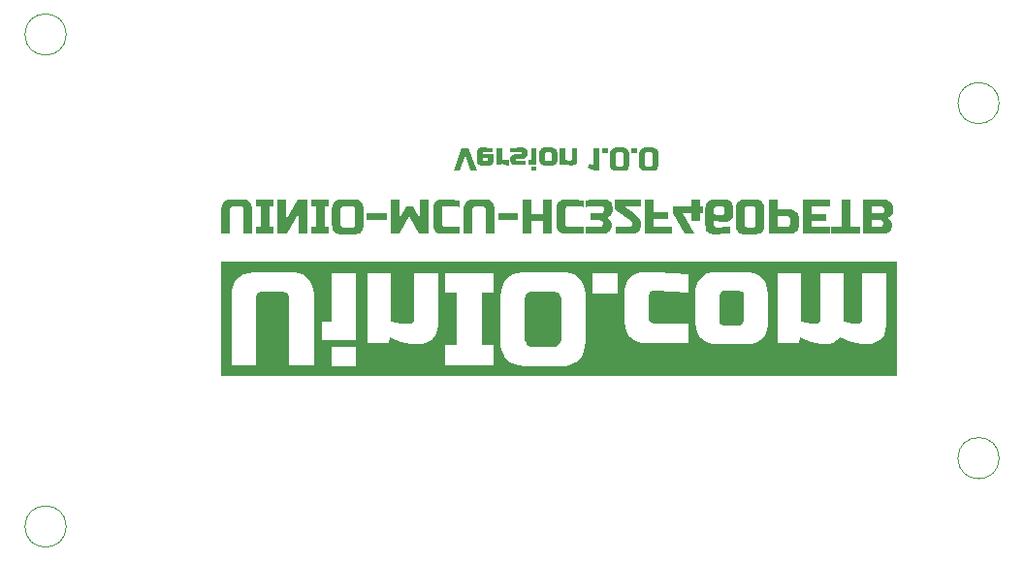
<source format=gbo>
%TF.GenerationSoftware,KiCad,Pcbnew,8.0.4*%
%TF.CreationDate,2024-08-23T17:26:40+08:00*%
%TF.ProjectId,UINIO-MCU-HC32F460PETB,55494e49-4f2d-44d4-9355-2d4843333246,Version 1.0.0*%
%TF.SameCoordinates,PX71f45d0PY4ce7800*%
%TF.FileFunction,Legend,Bot*%
%TF.FilePolarity,Positive*%
%FSLAX46Y46*%
G04 Gerber Fmt 4.6, Leading zero omitted, Abs format (unit mm)*
G04 Created by KiCad (PCBNEW 8.0.4) date 2024-08-23 17:26:40*
%MOMM*%
%LPD*%
G01*
G04 APERTURE LIST*
%ADD10C,0.312500*%
%ADD11C,1.400000*%
%ADD12C,0.100000*%
%ADD13O,1.700000X1.700000*%
%ADD14R,1.700000X1.700000*%
%ADD15C,2.200000*%
%ADD16C,0.650000*%
%ADD17O,2.100000X1.000000*%
%ADD18O,1.900000X1.000000*%
G04 APERTURE END LIST*
D10*
G36*
X23951563Y-9451067D02*
G01*
X24429790Y-10829574D01*
X24978360Y-10829574D01*
X24232931Y-8860000D01*
X23670195Y-8860000D01*
X22924277Y-10829574D01*
X23473335Y-10829574D01*
X23951563Y-9451067D01*
G37*
G36*
X25445806Y-8831889D02*
G01*
X25559471Y-8833659D01*
X25676280Y-8837201D01*
X25796234Y-8842513D01*
X25919332Y-8849596D01*
X26045575Y-8858450D01*
X26174963Y-8869075D01*
X26274067Y-8878205D01*
X26374940Y-8888332D01*
X26374940Y-9240041D01*
X26244652Y-9230081D01*
X26122454Y-9221448D01*
X26008347Y-9214144D01*
X25902330Y-9208168D01*
X25781187Y-9202565D01*
X25672685Y-9199037D01*
X25559169Y-9197543D01*
X25488827Y-9225387D01*
X25460495Y-9296217D01*
X25460495Y-9408569D01*
X26431605Y-9408569D01*
X26431605Y-9929295D01*
X26430553Y-9968055D01*
X26414775Y-10074650D01*
X26375038Y-10176049D01*
X26311926Y-10259511D01*
X26272296Y-10293989D01*
X26179655Y-10345413D01*
X26081025Y-10371710D01*
X25981221Y-10379190D01*
X25418485Y-10379190D01*
X25367156Y-10377320D01*
X25262103Y-10359438D01*
X25171500Y-10322623D01*
X25087780Y-10259511D01*
X25053303Y-10220022D01*
X25001878Y-10127591D01*
X24975581Y-10029068D01*
X24968101Y-9929295D01*
X24968101Y-9915129D01*
X25460495Y-9915129D01*
X25482093Y-9991932D01*
X25573335Y-10027480D01*
X25826371Y-10027480D01*
X25899430Y-10008938D01*
X25939211Y-9915129D01*
X25939211Y-9760279D01*
X25460495Y-9760279D01*
X25460495Y-9915129D01*
X24968101Y-9915129D01*
X24968101Y-9253719D01*
X24969115Y-9218568D01*
X24984313Y-9121049D01*
X25022591Y-9026653D01*
X25083384Y-8946950D01*
X25105752Y-8926348D01*
X25189863Y-8872309D01*
X25288667Y-8840786D01*
X25390153Y-8831667D01*
X25445806Y-8831889D01*
G37*
G36*
X27533140Y-9943461D02*
G01*
X27432508Y-9936776D01*
X27330100Y-9916722D01*
X27225913Y-9883298D01*
X27167264Y-9858953D01*
X27167264Y-8860000D01*
X26674870Y-8860000D01*
X26674870Y-10351346D01*
X27111088Y-10351346D01*
X27138932Y-10168164D01*
X27230563Y-10239880D01*
X27323740Y-10296758D01*
X27418462Y-10338798D01*
X27514730Y-10366001D01*
X27612544Y-10378366D01*
X27645492Y-10379190D01*
X27772009Y-10379190D01*
X27772009Y-9943461D01*
X27533140Y-9943461D01*
G37*
G36*
X27906343Y-9253719D02*
G01*
X28011288Y-9246211D01*
X28111982Y-9239442D01*
X28239629Y-9231565D01*
X28359721Y-9225001D01*
X28472256Y-9219750D01*
X28577234Y-9215812D01*
X28697831Y-9212735D01*
X28806622Y-9211709D01*
X28876964Y-9239553D01*
X28905296Y-9310383D01*
X28905296Y-9408569D01*
X28300062Y-9408569D01*
X28198577Y-9417688D01*
X28099773Y-9449211D01*
X28015662Y-9503249D01*
X27993293Y-9523852D01*
X27932500Y-9603555D01*
X27894222Y-9697951D01*
X27879024Y-9795470D01*
X27878011Y-9830621D01*
X27878011Y-9929295D01*
X27887130Y-10030742D01*
X27918652Y-10129412D01*
X27972691Y-10213294D01*
X27993293Y-10235575D01*
X28072997Y-10296626D01*
X28167393Y-10335066D01*
X28264911Y-10350329D01*
X28300062Y-10351346D01*
X29257006Y-10351346D01*
X29257006Y-9985471D01*
X28469078Y-9985471D01*
X28398248Y-9957138D01*
X28370404Y-9886796D01*
X28398248Y-9816454D01*
X28469078Y-9788611D01*
X28975638Y-9788611D01*
X29077085Y-9779453D01*
X29175756Y-9747797D01*
X29259638Y-9693529D01*
X29281919Y-9672840D01*
X29342970Y-9593394D01*
X29381409Y-9499160D01*
X29396672Y-9401706D01*
X29397690Y-9366559D01*
X29397690Y-9253719D01*
X29388532Y-9152233D01*
X29356876Y-9053429D01*
X29302608Y-8969318D01*
X29281919Y-8946950D01*
X29202473Y-8886156D01*
X29108239Y-8847879D01*
X29010785Y-8832681D01*
X28975638Y-8831667D01*
X28849937Y-8832553D01*
X28721961Y-8835209D01*
X28591711Y-8839636D01*
X28492531Y-8844118D01*
X28392071Y-8849596D01*
X28290332Y-8856071D01*
X28187314Y-8863541D01*
X28083016Y-8872007D01*
X27977439Y-8881470D01*
X27906343Y-8888332D01*
X27906343Y-9253719D01*
G37*
G36*
X30177801Y-10295170D02*
G01*
X30177801Y-8860000D01*
X29685408Y-8860000D01*
X29685408Y-9915129D01*
X29474382Y-9915129D01*
X29474382Y-10295170D01*
X30177801Y-10295170D01*
G37*
G36*
X29685408Y-10857906D02*
G01*
X30177801Y-10857906D01*
X30177801Y-10463698D01*
X29685408Y-10463698D01*
X29685408Y-10857906D01*
G37*
G36*
X31561851Y-8832719D02*
G01*
X31668446Y-8848497D01*
X31769845Y-8888234D01*
X31853307Y-8951346D01*
X31887785Y-8990976D01*
X31939210Y-9083617D01*
X31965506Y-9182247D01*
X31972986Y-9282051D01*
X31972986Y-9929295D01*
X31971934Y-9968055D01*
X31956156Y-10074650D01*
X31916419Y-10176049D01*
X31853307Y-10259511D01*
X31813818Y-10293989D01*
X31721388Y-10345413D01*
X31622864Y-10371710D01*
X31523091Y-10379190D01*
X30875847Y-10379190D01*
X30824518Y-10377320D01*
X30719465Y-10359438D01*
X30628863Y-10322623D01*
X30545143Y-10259511D01*
X30510665Y-10220022D01*
X30459240Y-10127591D01*
X30432944Y-10029068D01*
X30425464Y-9929295D01*
X30425464Y-9324061D01*
X30917857Y-9324061D01*
X30917857Y-9886796D01*
X30939456Y-9963933D01*
X31030697Y-9999637D01*
X31368241Y-9999637D01*
X31445044Y-9978038D01*
X31480593Y-9886796D01*
X31480593Y-9324061D01*
X31462050Y-9251318D01*
X31368241Y-9211709D01*
X31030697Y-9211709D01*
X30957638Y-9230252D01*
X30917857Y-9324061D01*
X30425464Y-9324061D01*
X30425464Y-9282051D01*
X30427334Y-9230722D01*
X30445215Y-9125668D01*
X30482031Y-9035066D01*
X30545143Y-8951346D01*
X30584772Y-8916868D01*
X30677413Y-8865444D01*
X30776044Y-8839147D01*
X30875847Y-8831667D01*
X31523091Y-8831667D01*
X31561851Y-8832719D01*
G37*
G36*
X33046189Y-9971304D02*
G01*
X32939085Y-9964666D01*
X32833602Y-9947112D01*
X32732061Y-9921931D01*
X32708646Y-9915129D01*
X32708646Y-8860000D01*
X32216252Y-8860000D01*
X32216252Y-10351346D01*
X32652470Y-10351346D01*
X32680314Y-10210662D01*
X32772133Y-10264957D01*
X32865568Y-10308285D01*
X32951912Y-10338157D01*
X33050212Y-10363162D01*
X33149441Y-10377747D01*
X33186873Y-10379190D01*
X33313391Y-10379190D01*
X33415074Y-10370071D01*
X33513916Y-10338548D01*
X33597875Y-10284510D01*
X33620160Y-10263907D01*
X33680954Y-10184414D01*
X33719231Y-10090037D01*
X33734429Y-9992372D01*
X33735443Y-9957138D01*
X33735443Y-8860000D01*
X33243049Y-8860000D01*
X33243049Y-9873119D01*
X33214717Y-9942972D01*
X33144864Y-9971304D01*
X33046189Y-9971304D01*
G37*
G36*
X35142282Y-8860000D02*
G01*
X35142282Y-10393356D01*
X34818904Y-10281004D01*
X34678220Y-10604382D01*
X35198946Y-10829574D01*
X35648841Y-10829574D01*
X35648841Y-8860000D01*
X35142282Y-8860000D01*
G37*
G36*
X35896015Y-9282051D02*
G01*
X36402575Y-9282051D01*
X36402575Y-8860000D01*
X35896015Y-8860000D01*
X35896015Y-9282051D01*
G37*
G36*
X37729951Y-8832190D02*
G01*
X37831273Y-8840033D01*
X37935071Y-8861077D01*
X38034691Y-8900812D01*
X38122533Y-8965512D01*
X38146452Y-8992025D01*
X38198736Y-9076579D01*
X38234288Y-9181283D01*
X38251672Y-9289428D01*
X38256378Y-9394403D01*
X38256378Y-10295170D01*
X38255855Y-10331421D01*
X38248013Y-10432618D01*
X38226968Y-10536356D01*
X38187233Y-10636022D01*
X38122533Y-10724061D01*
X38096103Y-10747980D01*
X38011687Y-10800264D01*
X37906998Y-10835816D01*
X37798766Y-10853200D01*
X37693642Y-10857906D01*
X37158750Y-10857906D01*
X37122499Y-10857383D01*
X37021303Y-10849541D01*
X36917565Y-10828497D01*
X36817899Y-10788761D01*
X36729860Y-10724061D01*
X36705940Y-10697548D01*
X36653657Y-10612994D01*
X36618105Y-10508290D01*
X36600720Y-10400145D01*
X36596015Y-10295170D01*
X36596015Y-9394403D01*
X37102575Y-9394403D01*
X37102575Y-10295170D01*
X37110662Y-10360837D01*
X37175364Y-10443784D01*
X37271591Y-10463698D01*
X37580802Y-10463698D01*
X37646659Y-10455634D01*
X37729847Y-10391119D01*
X37749818Y-10295170D01*
X37749818Y-9394403D01*
X37741730Y-9328736D01*
X37677029Y-9245789D01*
X37580802Y-9225875D01*
X37271591Y-9225875D01*
X37205734Y-9233940D01*
X37122546Y-9298454D01*
X37102575Y-9394403D01*
X36596015Y-9394403D01*
X36596538Y-9358152D01*
X36604380Y-9256955D01*
X36625424Y-9153218D01*
X36665160Y-9053551D01*
X36729860Y-8965512D01*
X36756373Y-8941593D01*
X36840927Y-8889310D01*
X36945630Y-8853757D01*
X37053776Y-8836373D01*
X37158750Y-8831667D01*
X37693642Y-8831667D01*
X37729951Y-8832190D01*
G37*
G36*
X38443956Y-9282051D02*
G01*
X38950516Y-9282051D01*
X38950516Y-8860000D01*
X38443956Y-8860000D01*
X38443956Y-9282051D01*
G37*
G36*
X40277892Y-8832190D02*
G01*
X40379215Y-8840033D01*
X40483012Y-8861077D01*
X40582633Y-8900812D01*
X40670474Y-8965512D01*
X40694394Y-8992025D01*
X40746677Y-9076579D01*
X40782230Y-9181283D01*
X40799614Y-9289428D01*
X40804319Y-9394403D01*
X40804319Y-10295170D01*
X40803796Y-10331421D01*
X40795954Y-10432618D01*
X40774910Y-10536356D01*
X40735175Y-10636022D01*
X40670474Y-10724061D01*
X40644044Y-10747980D01*
X40559628Y-10800264D01*
X40454939Y-10835816D01*
X40346707Y-10853200D01*
X40241584Y-10857906D01*
X39706692Y-10857906D01*
X39670441Y-10857383D01*
X39569244Y-10849541D01*
X39465507Y-10828497D01*
X39365840Y-10788761D01*
X39277801Y-10724061D01*
X39253882Y-10697548D01*
X39201599Y-10612994D01*
X39166046Y-10508290D01*
X39148662Y-10400145D01*
X39143956Y-10295170D01*
X39143956Y-9394403D01*
X39650516Y-9394403D01*
X39650516Y-10295170D01*
X39658604Y-10360837D01*
X39723305Y-10443784D01*
X39819532Y-10463698D01*
X40128743Y-10463698D01*
X40194600Y-10455634D01*
X40277788Y-10391119D01*
X40297760Y-10295170D01*
X40297760Y-9394403D01*
X40289672Y-9328736D01*
X40224970Y-9245789D01*
X40128743Y-9225875D01*
X39819532Y-9225875D01*
X39753675Y-9233940D01*
X39670488Y-9298454D01*
X39650516Y-9394403D01*
X39143956Y-9394403D01*
X39144479Y-9358152D01*
X39152322Y-9256955D01*
X39173366Y-9153218D01*
X39213101Y-9053551D01*
X39277801Y-8965512D01*
X39304314Y-8941593D01*
X39388868Y-8889310D01*
X39493572Y-8853757D01*
X39601717Y-8836373D01*
X39706692Y-8831667D01*
X40241584Y-8831667D01*
X40277892Y-8832190D01*
G37*
D11*
G36*
X32100586Y-21499490D02*
G01*
X32307295Y-21866799D01*
X32316882Y-22010139D01*
X32316882Y-25613210D01*
X32215624Y-26009186D01*
X31880095Y-26209862D01*
X31703344Y-26224794D01*
X29790434Y-26224794D01*
X29393192Y-26123858D01*
X29186482Y-25756550D01*
X29176896Y-25613210D01*
X29176896Y-22010139D01*
X29278153Y-21614162D01*
X29613682Y-21413486D01*
X29790434Y-21398555D01*
X31703344Y-21398555D01*
X32100586Y-21499490D01*
G37*
G36*
X48231089Y-21524752D02*
G01*
X48268871Y-21728771D01*
X48268871Y-23979713D01*
X48086009Y-24330576D01*
X47881990Y-24368548D01*
X46531815Y-24368548D01*
X46180953Y-24184763D01*
X46142981Y-23979713D01*
X46142981Y-21728771D01*
X46326766Y-21379672D01*
X46531815Y-21341891D01*
X47881990Y-21341891D01*
X48231089Y-21524752D01*
G37*
G36*
X61623914Y-28815567D02*
G01*
X2642508Y-28815567D01*
X2642508Y-27926678D01*
X12318277Y-27926678D01*
X14412904Y-27926678D01*
X14412904Y-26224794D01*
X12318277Y-26224794D01*
X12318277Y-27926678D01*
X2642508Y-27926678D01*
X2642508Y-22010139D01*
X3531397Y-22010139D01*
X3531397Y-27813349D01*
X5680734Y-27813349D01*
X5680734Y-22010139D01*
X5781991Y-21614162D01*
X6117520Y-21413486D01*
X6294272Y-21398555D01*
X7982478Y-21398555D01*
X8379720Y-21499490D01*
X8586430Y-21866799D01*
X8596016Y-22010139D01*
X8596016Y-27813349D01*
X10745353Y-27813349D01*
X10745353Y-25900439D01*
X15391829Y-25900439D01*
X17250029Y-25900439D01*
X17353588Y-25378736D01*
X17712808Y-25585457D01*
X18101704Y-25754260D01*
X18377454Y-25845729D01*
X18777982Y-25946937D01*
X19183448Y-26005975D01*
X19336840Y-26011814D01*
X19842911Y-26011814D01*
X20263314Y-25973792D01*
X20672421Y-25842359D01*
X21020467Y-25617045D01*
X21112974Y-25531144D01*
X21366452Y-25201416D01*
X21526050Y-24810628D01*
X21589419Y-24406711D01*
X21593644Y-24261081D01*
X21593644Y-21509930D01*
X22216951Y-21509930D01*
X23229094Y-21509930D01*
X23229094Y-26113419D01*
X22216951Y-26113419D01*
X22216951Y-27813349D01*
X26392527Y-27813349D01*
X26392527Y-26113419D01*
X25380385Y-26113419D01*
X25380385Y-22010139D01*
X27025605Y-22010139D01*
X27025605Y-25613210D01*
X27045045Y-26042359D01*
X27116866Y-26485038D01*
X27241607Y-26865259D01*
X27448969Y-27223319D01*
X27578570Y-27371758D01*
X27896697Y-27614535D01*
X28296156Y-27787948D01*
X28712401Y-27882783D01*
X29118745Y-27921801D01*
X29339073Y-27926678D01*
X32152751Y-27926678D01*
X32582564Y-27907169D01*
X33025844Y-27835094D01*
X33406480Y-27709912D01*
X33764784Y-27501817D01*
X33913253Y-27371758D01*
X34155175Y-27054487D01*
X34327977Y-26655638D01*
X34422478Y-26239727D01*
X34461359Y-25833520D01*
X34466219Y-25613210D01*
X34466219Y-22010139D01*
X34448697Y-21623258D01*
X35089526Y-21623258D01*
X37240817Y-21623258D01*
X37240817Y-21447404D01*
X37889526Y-21447404D01*
X37889526Y-24036378D01*
X37920545Y-24447805D01*
X38029596Y-24854898D01*
X38217163Y-25202950D01*
X38385828Y-25402184D01*
X38695463Y-25643040D01*
X39063831Y-25805070D01*
X39490931Y-25888275D01*
X39753588Y-25900439D01*
X43417231Y-25900439D01*
X43417231Y-24255219D01*
X40372988Y-24255219D01*
X40022125Y-24072358D01*
X39984153Y-23868339D01*
X39984153Y-21674061D01*
X40028741Y-21560732D01*
X44048354Y-21560732D01*
X44048354Y-21728771D01*
X44048354Y-24149706D01*
X44079373Y-24561133D01*
X44188424Y-24968227D01*
X44375991Y-25316279D01*
X44544656Y-25515512D01*
X44854291Y-25755424D01*
X45222658Y-25916819D01*
X45649759Y-25999697D01*
X45912416Y-26011814D01*
X48501390Y-26011814D01*
X48912817Y-25980795D01*
X49212790Y-25900439D01*
X51211508Y-25900439D01*
X53069708Y-25900439D01*
X53173267Y-25378736D01*
X53532487Y-25585457D01*
X53921383Y-25754260D01*
X54197133Y-25845729D01*
X54597661Y-25946937D01*
X55003127Y-26005975D01*
X55156519Y-26011814D01*
X55269848Y-26011814D01*
X55659819Y-25980679D01*
X56051463Y-25868846D01*
X56423162Y-25645816D01*
X56692318Y-25361151D01*
X57035792Y-25562987D01*
X57410667Y-25727882D01*
X57778710Y-25845729D01*
X58183705Y-25940287D01*
X58590232Y-25998676D01*
X58870964Y-26011814D01*
X58984293Y-26011814D01*
X59403906Y-25973792D01*
X59812860Y-25842359D01*
X60161517Y-25617045D01*
X60254356Y-25531144D01*
X60507834Y-25201416D01*
X60667431Y-24810628D01*
X60730801Y-24406711D01*
X60735025Y-24261081D01*
X60735025Y-19810000D01*
X58640399Y-19810000D01*
X58640399Y-23925003D01*
X58544656Y-24161430D01*
X58308229Y-24255219D01*
X58251564Y-24255219D01*
X57844900Y-24225819D01*
X57455638Y-24156400D01*
X57066147Y-24059010D01*
X57020580Y-24046147D01*
X57020580Y-19810000D01*
X54925954Y-19810000D01*
X54925954Y-23925003D01*
X54832164Y-24161430D01*
X54593783Y-24255219D01*
X54537119Y-24255219D01*
X54130455Y-24225819D01*
X53741193Y-24156400D01*
X53351702Y-24059010D01*
X53306135Y-24046147D01*
X53306135Y-19810000D01*
X51211508Y-19810000D01*
X51211508Y-25900439D01*
X49212790Y-25900439D01*
X49319910Y-25871744D01*
X49667962Y-25684177D01*
X49867196Y-25515512D01*
X50107107Y-25206822D01*
X50268502Y-24839089D01*
X50351380Y-24412315D01*
X50363497Y-24149706D01*
X50363497Y-21560732D01*
X50332478Y-21149183D01*
X50223428Y-20741660D01*
X50035861Y-20392870D01*
X49867196Y-20192972D01*
X49558505Y-19953061D01*
X49190773Y-19791666D01*
X48763998Y-19708788D01*
X48501390Y-19696671D01*
X45912416Y-19696671D01*
X45500866Y-19727690D01*
X45093343Y-19836740D01*
X44744553Y-20024307D01*
X44544656Y-20192972D01*
X44304744Y-20502607D01*
X44143349Y-20870975D01*
X44060471Y-21298076D01*
X44048354Y-21560732D01*
X40028741Y-21560732D01*
X40077942Y-21435680D01*
X40316323Y-21341891D01*
X40733131Y-21348004D01*
X41138508Y-21362439D01*
X41596644Y-21385366D01*
X42001141Y-21409821D01*
X42439404Y-21439710D01*
X42911434Y-21475034D01*
X43417231Y-21515792D01*
X43417231Y-19929190D01*
X43016491Y-19887636D01*
X42625403Y-19850170D01*
X42118965Y-19806572D01*
X41629686Y-19770241D01*
X41157564Y-19741176D01*
X40702601Y-19719378D01*
X40264796Y-19704845D01*
X39844149Y-19697579D01*
X39640259Y-19696671D01*
X39220646Y-19734693D01*
X38811692Y-19866126D01*
X38463035Y-20091440D01*
X38370196Y-20177341D01*
X38116718Y-20507908D01*
X37957121Y-20898773D01*
X37893751Y-21302106D01*
X37889526Y-21447404D01*
X37240817Y-21447404D01*
X37240817Y-19810000D01*
X35089526Y-19810000D01*
X35089526Y-21623258D01*
X34448697Y-21623258D01*
X34446779Y-21580920D01*
X34374958Y-21137988D01*
X34250216Y-20757326D01*
X34042854Y-20398533D01*
X33913253Y-20249637D01*
X33595859Y-20007714D01*
X33196644Y-19834912D01*
X32780212Y-19740411D01*
X32373411Y-19701531D01*
X32152751Y-19696671D01*
X29339073Y-19696671D01*
X28909854Y-19716111D01*
X28466922Y-19787932D01*
X28086260Y-19912673D01*
X27727467Y-20120035D01*
X27578570Y-20249637D01*
X27336648Y-20567763D01*
X27163846Y-20967222D01*
X27069345Y-21383467D01*
X27030465Y-21789811D01*
X27025605Y-22010139D01*
X25380385Y-22010139D01*
X25380385Y-21509930D01*
X26392527Y-21509930D01*
X26392527Y-19810000D01*
X22216951Y-19810000D01*
X22216951Y-21509930D01*
X21593644Y-21509930D01*
X21593644Y-19810000D01*
X19499017Y-19810000D01*
X19499017Y-23925003D01*
X19405228Y-24161430D01*
X19168801Y-24255219D01*
X18774104Y-24255219D01*
X18357481Y-24230515D01*
X17955091Y-24165180D01*
X17573689Y-24071465D01*
X17486456Y-24046147D01*
X17486456Y-19810000D01*
X15391829Y-19810000D01*
X15391829Y-25900439D01*
X10745353Y-25900439D01*
X10745353Y-24030516D01*
X11474174Y-24030516D01*
X11474174Y-25675736D01*
X14412904Y-25675736D01*
X14412904Y-19810000D01*
X12318277Y-19810000D01*
X12318277Y-24030516D01*
X11474174Y-24030516D01*
X10745353Y-24030516D01*
X10745353Y-22010139D01*
X10725913Y-21580920D01*
X10654092Y-21137988D01*
X10529351Y-20757326D01*
X10321989Y-20398533D01*
X10192388Y-20249637D01*
X9874994Y-20007714D01*
X9475779Y-19834912D01*
X9059347Y-19740411D01*
X8652545Y-19701531D01*
X8431885Y-19696671D01*
X5844865Y-19696671D01*
X5415051Y-19716111D01*
X4971771Y-19787932D01*
X4591136Y-19912673D01*
X4232832Y-20120035D01*
X4084363Y-20249637D01*
X3842440Y-20567763D01*
X3669638Y-20967222D01*
X3575137Y-21383467D01*
X3536257Y-21789811D01*
X3531397Y-22010139D01*
X2642508Y-22010139D01*
X2642508Y-18807782D01*
X61623914Y-18807782D01*
X61623914Y-28815567D01*
G37*
D10*
G36*
X4571383Y-16360361D02*
G01*
X5330490Y-16360361D01*
X5330490Y-14207605D01*
X5323431Y-14050142D01*
X5297355Y-13887925D01*
X5244026Y-13730869D01*
X5165601Y-13604038D01*
X5129722Y-13564269D01*
X4997960Y-13467218D01*
X4848529Y-13407615D01*
X4692833Y-13376049D01*
X4540849Y-13364285D01*
X4486386Y-13363501D01*
X3516254Y-13363501D01*
X3358543Y-13370559D01*
X3196099Y-13396636D01*
X3038872Y-13449965D01*
X2911961Y-13528389D01*
X2872185Y-13564269D01*
X2775489Y-13696327D01*
X2716104Y-13845827D01*
X2684653Y-14001433D01*
X2672932Y-14153228D01*
X2672151Y-14207605D01*
X2672151Y-16360361D01*
X3431257Y-16360361D01*
X3431257Y-14207605D01*
X3461215Y-14063681D01*
X3585996Y-13966910D01*
X3684781Y-13954813D01*
X4317859Y-13954813D01*
X4462199Y-13984684D01*
X4559251Y-14109105D01*
X4571383Y-14207605D01*
X4571383Y-16360361D01*
G37*
G36*
X7212137Y-13406000D02*
G01*
X5693190Y-13406000D01*
X5693190Y-13996579D01*
X6072744Y-13996579D01*
X6072744Y-15769782D01*
X5693190Y-15769782D01*
X5693190Y-16360361D01*
X7212137Y-16360361D01*
X7212137Y-15769782D01*
X6832583Y-15769782D01*
X6832583Y-13996579D01*
X7212137Y-13996579D01*
X7212137Y-13406000D01*
G37*
G36*
X10155507Y-13406000D02*
G01*
X9353902Y-13406000D01*
X8340539Y-15178470D01*
X8340539Y-13406000D01*
X7581432Y-13406000D01*
X7581432Y-16360361D01*
X8383037Y-16360361D01*
X9395668Y-14587891D01*
X9395668Y-16360361D01*
X10155507Y-16360361D01*
X10155507Y-13406000D01*
G37*
G36*
X12039352Y-13406000D02*
G01*
X10520406Y-13406000D01*
X10520406Y-13996579D01*
X10899959Y-13996579D01*
X10899959Y-15769782D01*
X10520406Y-15769782D01*
X10520406Y-16360361D01*
X12039352Y-16360361D01*
X12039352Y-15769782D01*
X11659799Y-15769782D01*
X11659799Y-13996579D01*
X12039352Y-13996579D01*
X12039352Y-13406000D01*
G37*
G36*
X14277346Y-13364285D02*
G01*
X14429330Y-13376049D01*
X14585026Y-13407615D01*
X14734457Y-13467218D01*
X14866219Y-13564269D01*
X14902098Y-13604038D01*
X14980523Y-13730869D01*
X15033852Y-13887925D01*
X15059928Y-14050142D01*
X15066987Y-14207605D01*
X15066987Y-15558756D01*
X15066202Y-15613132D01*
X15054439Y-15764927D01*
X15022873Y-15920534D01*
X14963270Y-16070033D01*
X14866219Y-16202092D01*
X14826574Y-16237971D01*
X14699950Y-16316396D01*
X14542917Y-16369725D01*
X14380569Y-16395801D01*
X14222883Y-16402859D01*
X13167754Y-16402859D01*
X13113378Y-16402075D01*
X12961583Y-16390311D01*
X12805977Y-16358745D01*
X12656477Y-16299142D01*
X12524419Y-16202092D01*
X12488539Y-16162322D01*
X12410114Y-16035492D01*
X12356785Y-15878436D01*
X12330709Y-15716218D01*
X12323651Y-15558756D01*
X12323651Y-14207605D01*
X13083490Y-14207605D01*
X13083490Y-15558756D01*
X13095622Y-15657256D01*
X13192674Y-15781676D01*
X13337014Y-15811547D01*
X14054356Y-15811547D01*
X14153141Y-15799451D01*
X14277922Y-15702679D01*
X14307880Y-15558756D01*
X14307880Y-14207605D01*
X14295748Y-14109105D01*
X14198696Y-13984684D01*
X14054356Y-13954813D01*
X13337014Y-13954813D01*
X13238229Y-13966910D01*
X13113448Y-14063681D01*
X13083490Y-14207605D01*
X12323651Y-14207605D01*
X12324435Y-14153228D01*
X12336199Y-14001433D01*
X12367765Y-13845827D01*
X12427368Y-13696327D01*
X12524419Y-13564269D01*
X12564188Y-13528389D01*
X12691018Y-13449965D01*
X12848074Y-13396636D01*
X13010292Y-13370559D01*
X13167754Y-13363501D01*
X14222883Y-13363501D01*
X14277346Y-13364285D01*
G37*
G36*
X15347622Y-14587891D02*
G01*
X15347622Y-15178470D01*
X17077594Y-15178470D01*
X17077594Y-14587891D01*
X15347622Y-14587891D01*
G37*
G36*
X19979199Y-15051708D02*
G01*
X19387887Y-13996579D01*
X18797308Y-13996579D01*
X18205996Y-15051708D01*
X18205996Y-13406000D01*
X17446889Y-13406000D01*
X17446889Y-16360361D01*
X18248494Y-16360361D01*
X19092597Y-14798916D01*
X19936700Y-16360361D01*
X20738305Y-16360361D01*
X20738305Y-13406000D01*
X19979199Y-13406000D01*
X19979199Y-15051708D01*
G37*
G36*
X23503623Y-13448498D02*
G01*
X23330033Y-13433308D01*
X23162071Y-13419612D01*
X22999738Y-13407411D01*
X22843034Y-13396703D01*
X22691958Y-13387490D01*
X22499279Y-13377529D01*
X22316606Y-13370225D01*
X22143940Y-13365576D01*
X21981280Y-13363584D01*
X21942178Y-13363501D01*
X21794660Y-13370328D01*
X21642089Y-13395547D01*
X21493482Y-13447125D01*
X21359144Y-13534161D01*
X21334014Y-13557674D01*
X21240151Y-13684285D01*
X21182506Y-13826022D01*
X21151977Y-13972582D01*
X21140030Y-14140179D01*
X21139841Y-14165839D01*
X21139841Y-15516258D01*
X21146899Y-15673943D01*
X21172975Y-15836291D01*
X21226304Y-15993324D01*
X21304729Y-16119949D01*
X21340608Y-16159593D01*
X21472667Y-16256644D01*
X21622166Y-16316247D01*
X21777773Y-16347813D01*
X21929568Y-16359577D01*
X21983944Y-16360361D01*
X23503623Y-16360361D01*
X23503623Y-15769782D01*
X22153204Y-15769782D01*
X22008864Y-15739824D01*
X21911812Y-15615043D01*
X21899680Y-15516258D01*
X21899680Y-14165839D01*
X21946619Y-14022304D01*
X21956833Y-14011233D01*
X22097136Y-13954868D01*
X22102646Y-13954813D01*
X22251464Y-13956155D01*
X22296819Y-13957011D01*
X22445709Y-13960727D01*
X22515905Y-13962873D01*
X22666562Y-13968643D01*
X22745982Y-13971666D01*
X22897785Y-13979162D01*
X23045668Y-13988519D01*
X23196278Y-13998479D01*
X23356604Y-14008696D01*
X23503623Y-14017828D01*
X23503623Y-13448498D01*
G37*
G36*
X25726721Y-16360361D02*
G01*
X26485828Y-16360361D01*
X26485828Y-14207605D01*
X26478770Y-14050142D01*
X26452694Y-13887925D01*
X26399365Y-13730869D01*
X26320940Y-13604038D01*
X26285061Y-13564269D01*
X26153298Y-13467218D01*
X26003867Y-13407615D01*
X25848171Y-13376049D01*
X25696187Y-13364285D01*
X25641725Y-13363501D01*
X24671592Y-13363501D01*
X24513881Y-13370559D01*
X24351438Y-13396636D01*
X24194210Y-13449965D01*
X24067299Y-13528389D01*
X24027524Y-13564269D01*
X23930827Y-13696327D01*
X23871442Y-13845827D01*
X23839991Y-14001433D01*
X23828270Y-14153228D01*
X23827489Y-14207605D01*
X23827489Y-16360361D01*
X24586596Y-16360361D01*
X24586596Y-14207605D01*
X24616553Y-14063681D01*
X24741335Y-13966910D01*
X24840120Y-13954813D01*
X25473197Y-13954813D01*
X25617538Y-13984684D01*
X25714590Y-14109105D01*
X25726721Y-14207605D01*
X25726721Y-16360361D01*
G37*
G36*
X26848529Y-14587891D02*
G01*
X26848529Y-15178470D01*
X28578501Y-15178470D01*
X28578501Y-14587891D01*
X26848529Y-14587891D01*
G37*
G36*
X31521871Y-13406000D02*
G01*
X30762032Y-13406000D01*
X30762032Y-14609140D01*
X29706903Y-14609140D01*
X29706903Y-13406000D01*
X28947796Y-13406000D01*
X28947796Y-16360361D01*
X29706903Y-16360361D01*
X29706903Y-15199719D01*
X30762032Y-15199719D01*
X30762032Y-16360361D01*
X31521871Y-16360361D01*
X31521871Y-13406000D01*
G37*
G36*
X34292318Y-13448498D02*
G01*
X34118728Y-13433308D01*
X33950766Y-13419612D01*
X33788433Y-13407411D01*
X33631729Y-13396703D01*
X33480653Y-13387490D01*
X33287974Y-13377529D01*
X33105301Y-13370225D01*
X32932635Y-13365576D01*
X32769975Y-13363584D01*
X32730874Y-13363501D01*
X32583355Y-13370328D01*
X32430784Y-13395547D01*
X32282177Y-13447125D01*
X32147839Y-13534161D01*
X32122709Y-13557674D01*
X32028846Y-13684285D01*
X31971201Y-13826022D01*
X31940672Y-13972582D01*
X31928725Y-14140179D01*
X31928536Y-14165839D01*
X31928536Y-15516258D01*
X31935594Y-15673943D01*
X31961670Y-15836291D01*
X32014999Y-15993324D01*
X32093424Y-16119949D01*
X32129303Y-16159593D01*
X32261362Y-16256644D01*
X32410861Y-16316247D01*
X32566468Y-16347813D01*
X32718263Y-16359577D01*
X32772639Y-16360361D01*
X34292318Y-16360361D01*
X34292318Y-15769782D01*
X32941899Y-15769782D01*
X32797559Y-15739824D01*
X32700507Y-15615043D01*
X32688375Y-15516258D01*
X32688375Y-14165839D01*
X32735314Y-14022304D01*
X32745528Y-14011233D01*
X32885831Y-13954868D01*
X32891341Y-13954813D01*
X33040159Y-13956155D01*
X33085514Y-13957011D01*
X33234404Y-13960727D01*
X33304600Y-13962873D01*
X33455257Y-13968643D01*
X33534677Y-13971666D01*
X33686480Y-13979162D01*
X33834363Y-13988519D01*
X33984973Y-13998479D01*
X34145299Y-14008696D01*
X34292318Y-14017828D01*
X34292318Y-13448498D01*
G37*
G36*
X36008368Y-13363501D02*
G01*
X35829777Y-13364829D01*
X35646446Y-13368814D01*
X35458375Y-13375454D01*
X35265565Y-13384750D01*
X35117846Y-13393466D01*
X34967462Y-13403675D01*
X34814411Y-13415379D01*
X34658694Y-13428577D01*
X34500311Y-13443268D01*
X34446924Y-13448498D01*
X34446924Y-14017828D01*
X34617663Y-14006566D01*
X34780095Y-13996413D01*
X34934219Y-13987367D01*
X35126795Y-13977028D01*
X35304602Y-13968659D01*
X35467640Y-13962259D01*
X35615908Y-13957829D01*
X35780475Y-13955059D01*
X35839841Y-13954813D01*
X35982650Y-14001150D01*
X35993714Y-14011233D01*
X36050364Y-14147921D01*
X36050867Y-14165839D01*
X36050867Y-14334367D01*
X36020909Y-14478707D01*
X35896128Y-14575759D01*
X35797342Y-14587891D01*
X34911474Y-14587891D01*
X34911474Y-15178470D01*
X35713079Y-15178470D01*
X35857419Y-15208427D01*
X35954471Y-15333209D01*
X35966603Y-15431994D01*
X35966603Y-15516258D01*
X35936645Y-15660598D01*
X35811864Y-15757650D01*
X35713079Y-15769782D01*
X34489422Y-15769782D01*
X34489422Y-16360361D01*
X35924105Y-16360361D01*
X36071623Y-16353741D01*
X36224194Y-16329282D01*
X36372801Y-16279262D01*
X36507139Y-16194853D01*
X36532269Y-16172050D01*
X36626132Y-16051004D01*
X36689276Y-15898891D01*
X36719616Y-15737599D01*
X36726442Y-15600521D01*
X36715065Y-15451758D01*
X36676268Y-15309440D01*
X36609938Y-15189461D01*
X36503661Y-15076467D01*
X36372955Y-14994672D01*
X36304391Y-14967444D01*
X36443292Y-14913829D01*
X36576362Y-14820956D01*
X36682047Y-14694377D01*
X36752056Y-14555971D01*
X36768208Y-14511687D01*
X36801368Y-14360909D01*
X36810706Y-14207605D01*
X36810706Y-14165839D01*
X36803880Y-14018320D01*
X36778660Y-13865749D01*
X36727083Y-13717143D01*
X36640046Y-13582805D01*
X36616533Y-13557674D01*
X36489923Y-13463811D01*
X36348185Y-13406166D01*
X36201625Y-13375637D01*
X36034028Y-13363691D01*
X36008368Y-13363501D01*
G37*
G36*
X39288061Y-15431994D02*
G01*
X39273510Y-15279579D01*
X39229858Y-15136490D01*
X39157104Y-15002727D01*
X39055248Y-14878292D01*
X38983979Y-14811373D01*
X38867533Y-14716272D01*
X38781013Y-14650905D01*
X37873895Y-13996579D01*
X39288061Y-13996579D01*
X39288061Y-13406000D01*
X37008543Y-13406000D01*
X37008543Y-14207605D01*
X38528222Y-15305232D01*
X38528222Y-15516258D01*
X38498264Y-15660598D01*
X38373483Y-15757650D01*
X38274698Y-15769782D01*
X37092807Y-15769782D01*
X37092807Y-16360361D01*
X38443958Y-16360361D01*
X38601420Y-16353303D01*
X38763638Y-16327226D01*
X38920694Y-16273898D01*
X39047525Y-16195473D01*
X39087294Y-16159593D01*
X39184344Y-16027831D01*
X39243947Y-15878400D01*
X39275513Y-15722704D01*
X39287277Y-15570720D01*
X39288061Y-15516258D01*
X39288061Y-15431994D01*
G37*
G36*
X40413532Y-13406000D02*
G01*
X39654426Y-13406000D01*
X39654426Y-16360361D01*
X41996226Y-16360361D01*
X41996226Y-15769782D01*
X40413532Y-15769782D01*
X40413532Y-15072957D01*
X41659171Y-15072957D01*
X41659171Y-14482378D01*
X40413532Y-14482378D01*
X40413532Y-13406000D01*
G37*
G36*
X43669778Y-13996579D02*
G01*
X42108333Y-13996579D01*
X42108333Y-14587891D01*
X43121697Y-16360361D01*
X43965800Y-16360361D01*
X42952437Y-14587891D01*
X43669778Y-14587891D01*
X43669778Y-15220968D01*
X44429617Y-15220968D01*
X44429617Y-14587891D01*
X44724907Y-14587891D01*
X44724907Y-13996579D01*
X44429617Y-13996579D01*
X44429617Y-13406000D01*
X43669778Y-13406000D01*
X43669778Y-13996579D01*
G37*
G36*
X46550881Y-13363684D02*
G01*
X46718478Y-13375225D01*
X46865038Y-13404717D01*
X47006775Y-13460405D01*
X47133386Y-13551080D01*
X47218336Y-13657463D01*
X47284894Y-13806375D01*
X47318267Y-13964724D01*
X47327559Y-14123341D01*
X47327559Y-14672154D01*
X47326033Y-14725005D01*
X47303138Y-14871502D01*
X47245479Y-15013068D01*
X47153902Y-15132308D01*
X47120481Y-15163211D01*
X46994657Y-15244269D01*
X46846652Y-15291553D01*
X46694481Y-15305232D01*
X46398459Y-15305232D01*
X46299802Y-15303175D01*
X46153327Y-15293382D01*
X45997105Y-15275526D01*
X45831135Y-15249605D01*
X45681118Y-15220968D01*
X45681118Y-15600521D01*
X45690185Y-15672237D01*
X45792195Y-15786612D01*
X45939038Y-15811547D01*
X45947994Y-15811539D01*
X46098295Y-15809273D01*
X46251181Y-15803487D01*
X46308233Y-15798715D01*
X46455612Y-15788100D01*
X46573764Y-15780956D01*
X46721592Y-15771247D01*
X46818598Y-15765303D01*
X46965069Y-15756837D01*
X47116533Y-15748533D01*
X47116533Y-16317863D01*
X47065839Y-16323092D01*
X46916532Y-16337784D01*
X46723928Y-16355049D01*
X46538719Y-16369657D01*
X46360907Y-16381610D01*
X46190490Y-16390907D01*
X46027469Y-16397547D01*
X45871845Y-16401531D01*
X45723616Y-16402859D01*
X45697956Y-16402670D01*
X45530359Y-16390723D01*
X45383799Y-16360194D01*
X45242062Y-16302549D01*
X45115451Y-16208686D01*
X45091938Y-16183556D01*
X45004902Y-16049218D01*
X44953324Y-15900611D01*
X44928105Y-15748040D01*
X44921278Y-15600521D01*
X44921278Y-14207605D01*
X45681118Y-14207605D01*
X45681118Y-14672154D01*
X45748884Y-14679882D01*
X45894342Y-14697800D01*
X46034293Y-14710439D01*
X46187433Y-14714653D01*
X46419708Y-14714653D01*
X46525221Y-14672154D01*
X46567719Y-14566642D01*
X46567719Y-14207605D01*
X46555588Y-14109105D01*
X46458536Y-13984684D01*
X46314195Y-13954813D01*
X45934642Y-13954813D01*
X45835857Y-13966910D01*
X45711075Y-14063681D01*
X45681118Y-14207605D01*
X44921278Y-14207605D01*
X44921278Y-14123341D01*
X44928105Y-13986238D01*
X44958444Y-13824831D01*
X45021588Y-13672480D01*
X45115451Y-13551080D01*
X45140582Y-13528365D01*
X45274920Y-13444285D01*
X45423526Y-13394459D01*
X45576097Y-13370096D01*
X45723616Y-13363501D01*
X46525221Y-13363501D01*
X46550881Y-13363684D01*
G37*
G36*
X49265866Y-13364285D02*
G01*
X49417850Y-13376049D01*
X49573546Y-13407615D01*
X49722977Y-13467218D01*
X49854740Y-13564269D01*
X49890619Y-13604038D01*
X49969044Y-13730869D01*
X50022373Y-13887925D01*
X50048449Y-14050142D01*
X50055507Y-14207605D01*
X50055507Y-15558756D01*
X50054723Y-15613132D01*
X50042959Y-15764927D01*
X50011393Y-15920534D01*
X49951790Y-16070033D01*
X49854740Y-16202092D01*
X49815095Y-16237971D01*
X49688470Y-16316396D01*
X49531437Y-16369725D01*
X49369089Y-16395801D01*
X49211404Y-16402859D01*
X48409066Y-16402859D01*
X48354690Y-16402075D01*
X48202895Y-16390311D01*
X48047289Y-16358745D01*
X47897789Y-16299142D01*
X47765730Y-16202092D01*
X47729851Y-16162322D01*
X47651426Y-16035492D01*
X47598097Y-15878436D01*
X47572021Y-15716218D01*
X47564963Y-15558756D01*
X47564963Y-14207605D01*
X48324802Y-14207605D01*
X48324802Y-15558756D01*
X48336934Y-15657256D01*
X48433986Y-15781676D01*
X48578326Y-15811547D01*
X49042144Y-15811547D01*
X49140929Y-15799451D01*
X49265710Y-15702679D01*
X49295668Y-15558756D01*
X49295668Y-14207605D01*
X49283536Y-14109105D01*
X49186484Y-13984684D01*
X49042144Y-13954813D01*
X48578326Y-13954813D01*
X48479541Y-13966910D01*
X48354760Y-14063681D01*
X48324802Y-14207605D01*
X47564963Y-14207605D01*
X47565747Y-14153228D01*
X47577511Y-14001433D01*
X47609077Y-13845827D01*
X47668680Y-13696327D01*
X47765730Y-13564269D01*
X47805500Y-13528389D01*
X47932330Y-13449965D01*
X48089386Y-13396636D01*
X48251604Y-13370559D01*
X48409066Y-13363501D01*
X49211404Y-13363501D01*
X49265866Y-13364285D01*
G37*
G36*
X51222744Y-14250103D02*
G01*
X52236107Y-14250103D01*
X52290570Y-14250884D01*
X52442554Y-14262605D01*
X52598250Y-14294056D01*
X52747681Y-14353441D01*
X52879443Y-14450138D01*
X52915322Y-14489913D01*
X52993747Y-14616824D01*
X53047076Y-14774052D01*
X53073152Y-14936495D01*
X53080211Y-15094206D01*
X53080211Y-15516258D01*
X53079426Y-15570720D01*
X53067663Y-15722704D01*
X53036097Y-15878400D01*
X52976494Y-16027831D01*
X52879443Y-16159593D01*
X52839798Y-16195473D01*
X52713174Y-16273898D01*
X52556141Y-16327226D01*
X52393793Y-16353303D01*
X52236107Y-16360361D01*
X50463637Y-16360361D01*
X50463637Y-15769782D01*
X51222744Y-15769782D01*
X52066847Y-15769782D01*
X52165632Y-15757650D01*
X52290414Y-15660598D01*
X52320371Y-15516258D01*
X52320371Y-15094206D01*
X52308240Y-14995421D01*
X52211187Y-14870639D01*
X52066847Y-14840682D01*
X51222744Y-14840682D01*
X51222744Y-15769782D01*
X50463637Y-15769782D01*
X50463637Y-13406000D01*
X51222744Y-13406000D01*
X51222744Y-14250103D01*
G37*
G36*
X55786177Y-13406000D02*
G01*
X53444377Y-13406000D01*
X53444377Y-16360361D01*
X55786177Y-16360361D01*
X55786177Y-15769782D01*
X54203483Y-15769782D01*
X54203483Y-15199719D01*
X55449122Y-15199719D01*
X55449122Y-14609140D01*
X54203483Y-14609140D01*
X54203483Y-13996579D01*
X55786177Y-13996579D01*
X55786177Y-13406000D01*
G37*
G36*
X57546191Y-13406000D02*
G01*
X56786352Y-13406000D01*
X56786352Y-15769782D01*
X55900483Y-15769782D01*
X55900483Y-16360361D01*
X58432793Y-16360361D01*
X58432793Y-15769782D01*
X57546191Y-15769782D01*
X57546191Y-13406000D01*
G37*
G36*
X60554056Y-13406189D02*
G01*
X60721653Y-13418135D01*
X60868213Y-13448664D01*
X61009951Y-13506310D01*
X61136561Y-13600173D01*
X61160074Y-13625300D01*
X61247111Y-13759555D01*
X61298688Y-13907989D01*
X61323908Y-14060335D01*
X61330734Y-14207605D01*
X61321396Y-14360909D01*
X61288236Y-14511687D01*
X61272084Y-14555971D01*
X61202075Y-14694377D01*
X61096390Y-14820956D01*
X60963320Y-14913829D01*
X60824419Y-14967444D01*
X60873119Y-14989673D01*
X60996538Y-15076467D01*
X61094063Y-15189461D01*
X61156638Y-15309440D01*
X61193239Y-15451758D01*
X61203972Y-15600521D01*
X61197146Y-15737599D01*
X61166806Y-15898891D01*
X61103662Y-16051004D01*
X61009799Y-16172050D01*
X60984671Y-16194853D01*
X60850417Y-16279262D01*
X60701982Y-16329282D01*
X60549637Y-16353741D01*
X60402367Y-16360361D01*
X58714160Y-16360361D01*
X58714160Y-15769782D01*
X59473267Y-15769782D01*
X60191341Y-15769782D01*
X60289841Y-15757650D01*
X60414262Y-15660598D01*
X60444132Y-15516258D01*
X60444132Y-15431994D01*
X60432036Y-15333209D01*
X60335264Y-15208427D01*
X60191341Y-15178470D01*
X59473267Y-15178470D01*
X59473267Y-15769782D01*
X58714160Y-15769782D01*
X58714160Y-14587891D01*
X59473267Y-14587891D01*
X60317370Y-14587891D01*
X60416156Y-14575759D01*
X60540937Y-14478707D01*
X60570894Y-14334367D01*
X60570894Y-14250103D01*
X60558763Y-14151318D01*
X60461711Y-14026536D01*
X60317370Y-13996579D01*
X59473267Y-13996579D01*
X59473267Y-14587891D01*
X58714160Y-14587891D01*
X58714160Y-13406000D01*
X60528396Y-13406000D01*
X60554056Y-13406189D01*
G37*
D12*
%TO.C,HOLE\u002A\u002A*%
X-10890000Y1050000D02*
G75*
G02*
X-14490000Y1050000I-1800000J0D01*
G01*
X-14490000Y1050000D02*
G75*
G02*
X-10890000Y1050000I1800000J0D01*
G01*
X-10890000Y-41940000D02*
G75*
G02*
X-14490000Y-41940000I-1800000J0D01*
G01*
X-14490000Y-41940000D02*
G75*
G02*
X-10890000Y-41940000I1800000J0D01*
G01*
X70570000Y-4950000D02*
G75*
G02*
X66970000Y-4950000I-1800000J0D01*
G01*
X66970000Y-4950000D02*
G75*
G02*
X70570000Y-4950000I1800000J0D01*
G01*
X70570000Y-35970000D02*
G75*
G02*
X66970000Y-35970000I-1800000J0D01*
G01*
X66970000Y-35970000D02*
G75*
G02*
X70570000Y-35970000I1800000J0D01*
G01*
%TD*%
%LPC*%
D13*
%TO.C,J7*%
X5840000Y-37370000D03*
X8380000Y-37370000D03*
X10920000Y-37370000D03*
D14*
X13460000Y-37370000D03*
%TD*%
D15*
%TO.C,HOLE\u002A\u002A*%
X-12690000Y1050000D03*
%TD*%
D14*
%TO.C,J4*%
X32320000Y-37370000D03*
D13*
X29780000Y-37370000D03*
X27240000Y-37370000D03*
%TD*%
D15*
%TO.C,HOLE\u002A\u002A*%
X-12690000Y-41940000D03*
%TD*%
D14*
%TO.C,J8*%
X-10920000Y-34900000D03*
D13*
X-10920000Y-32360000D03*
X-10920000Y-29820000D03*
X-10920000Y-27280000D03*
%TD*%
D14*
%TO.C,J5*%
X-10920000Y-5990000D03*
D13*
X-10920000Y-8530000D03*
X-10920000Y-11070000D03*
X-10920000Y-13610000D03*
%TD*%
D16*
%TO.C,USB1*%
X-9690000Y-17555000D03*
X-9690000Y-23335000D03*
D17*
X-9190000Y-16120000D03*
X-9190000Y-24770000D03*
D18*
X-13390000Y-16120000D03*
X-13390000Y-24770000D03*
%TD*%
D14*
%TO.C,J9*%
X-13580000Y-34900000D03*
D13*
X-13580000Y-32360000D03*
X-13580000Y-29820000D03*
X-13580000Y-27280000D03*
%TD*%
D14*
%TO.C,J3*%
X-9970000Y4730000D03*
D13*
X-7430000Y4730000D03*
X-4890000Y4730000D03*
X-2350000Y4730000D03*
X190000Y4730000D03*
X2730000Y4730000D03*
X5270000Y4730000D03*
X7810000Y4730000D03*
X10350000Y4730000D03*
X12890000Y4730000D03*
X15430000Y4730000D03*
X17970000Y4730000D03*
X20510000Y4730000D03*
X23050000Y4730000D03*
X25590000Y4730000D03*
X28130000Y4730000D03*
X30670000Y4730000D03*
X33210000Y4730000D03*
X35750000Y4730000D03*
X38290000Y4730000D03*
X40830000Y4730000D03*
X43370000Y4730000D03*
X45910000Y4730000D03*
X48450000Y4730000D03*
X50990000Y4730000D03*
X53530000Y4730000D03*
X56070000Y4730000D03*
X58610000Y4730000D03*
X61150000Y4730000D03*
X63690000Y4730000D03*
X66230000Y4730000D03*
X68770000Y4730000D03*
X71310000Y4730000D03*
X73850000Y4730000D03*
%TD*%
D14*
%TO.C,J1*%
X77430000Y1130000D03*
D13*
X77430000Y-1410000D03*
X77430000Y-3950000D03*
X77430000Y-6490000D03*
X77430000Y-9030000D03*
X77430000Y-11570000D03*
X77430000Y-14110000D03*
X77430000Y-16650000D03*
X77430000Y-19190000D03*
X77430000Y-21730000D03*
X77430000Y-24270000D03*
X77430000Y-26810000D03*
X77430000Y-29350000D03*
X77430000Y-31890000D03*
X77430000Y-34430000D03*
X77430000Y-36970000D03*
X77430000Y-39510000D03*
X77430000Y-42050000D03*
%TD*%
D15*
%TO.C,HOLE\u002A\u002A*%
X68770000Y-4950000D03*
%TD*%
D14*
%TO.C,J6*%
X-13580000Y-5990000D03*
D13*
X-13580000Y-8530000D03*
X-13580000Y-11070000D03*
X-13580000Y-13610000D03*
%TD*%
D14*
%TO.C,J2*%
X-9970000Y-45620000D03*
D13*
X-7430000Y-45620000D03*
X-4890000Y-45620000D03*
X-2350000Y-45620000D03*
X190000Y-45620000D03*
X2730000Y-45620000D03*
X5270000Y-45620000D03*
X7810000Y-45620000D03*
X10350000Y-45620000D03*
X12890000Y-45620000D03*
X15430000Y-45620000D03*
X17970000Y-45620000D03*
X20510000Y-45620000D03*
X23050000Y-45620000D03*
X25590000Y-45620000D03*
X28130000Y-45620000D03*
X30670000Y-45620000D03*
X33210000Y-45620000D03*
X35750000Y-45620000D03*
X38290000Y-45620000D03*
X40830000Y-45620000D03*
X43370000Y-45620000D03*
X45910000Y-45620000D03*
X48450000Y-45620000D03*
X50990000Y-45620000D03*
X53530000Y-45620000D03*
X56070000Y-45620000D03*
X58610000Y-45620000D03*
X61150000Y-45620000D03*
X63690000Y-45620000D03*
X66230000Y-45620000D03*
X68770000Y-45620000D03*
X71310000Y-45620000D03*
X73850000Y-45620000D03*
%TD*%
D15*
%TO.C,HOLE\u002A\u002A*%
X68770000Y-35970000D03*
%TD*%
%LPD*%
M02*

</source>
